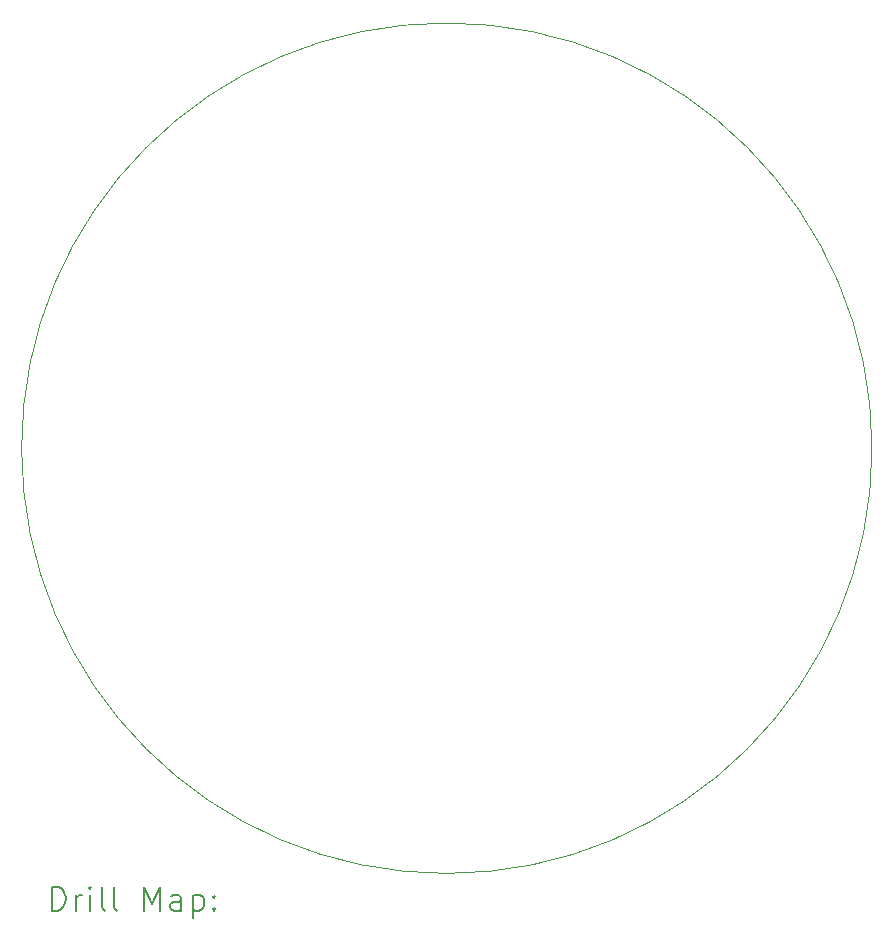
<source format=gbr>
%TF.GenerationSoftware,KiCad,Pcbnew,8.0.5*%
%TF.CreationDate,2024-12-03T21:08:27+09:00*%
%TF.ProjectId,IR_con,49525f63-6f6e-42e6-9b69-6361645f7063,rev?*%
%TF.SameCoordinates,Original*%
%TF.FileFunction,Drillmap*%
%TF.FilePolarity,Positive*%
%FSLAX45Y45*%
G04 Gerber Fmt 4.5, Leading zero omitted, Abs format (unit mm)*
G04 Created by KiCad (PCBNEW 8.0.5) date 2024-12-03 21:08:27*
%MOMM*%
%LPD*%
G01*
G04 APERTURE LIST*
%ADD10C,0.050000*%
%ADD11C,0.200000*%
G04 APERTURE END LIST*
D10*
X17250000Y-8300000D02*
G75*
G02*
X10049826Y-8300000I-3600087J0D01*
G01*
X10049826Y-8300000D02*
G75*
G02*
X17250000Y-8300000I3600087J0D01*
G01*
D11*
X10308103Y-12214071D02*
X10308103Y-12014071D01*
X10308103Y-12014071D02*
X10355722Y-12014071D01*
X10355722Y-12014071D02*
X10384294Y-12023594D01*
X10384294Y-12023594D02*
X10403341Y-12042642D01*
X10403341Y-12042642D02*
X10412865Y-12061690D01*
X10412865Y-12061690D02*
X10422389Y-12099785D01*
X10422389Y-12099785D02*
X10422389Y-12128356D01*
X10422389Y-12128356D02*
X10412865Y-12166451D01*
X10412865Y-12166451D02*
X10403341Y-12185499D01*
X10403341Y-12185499D02*
X10384294Y-12204547D01*
X10384294Y-12204547D02*
X10355722Y-12214071D01*
X10355722Y-12214071D02*
X10308103Y-12214071D01*
X10508103Y-12214071D02*
X10508103Y-12080737D01*
X10508103Y-12118832D02*
X10517627Y-12099785D01*
X10517627Y-12099785D02*
X10527151Y-12090261D01*
X10527151Y-12090261D02*
X10546198Y-12080737D01*
X10546198Y-12080737D02*
X10565246Y-12080737D01*
X10631913Y-12214071D02*
X10631913Y-12080737D01*
X10631913Y-12014071D02*
X10622389Y-12023594D01*
X10622389Y-12023594D02*
X10631913Y-12033118D01*
X10631913Y-12033118D02*
X10641437Y-12023594D01*
X10641437Y-12023594D02*
X10631913Y-12014071D01*
X10631913Y-12014071D02*
X10631913Y-12033118D01*
X10755722Y-12214071D02*
X10736675Y-12204547D01*
X10736675Y-12204547D02*
X10727151Y-12185499D01*
X10727151Y-12185499D02*
X10727151Y-12014071D01*
X10860484Y-12214071D02*
X10841437Y-12204547D01*
X10841437Y-12204547D02*
X10831913Y-12185499D01*
X10831913Y-12185499D02*
X10831913Y-12014071D01*
X11089056Y-12214071D02*
X11089056Y-12014071D01*
X11089056Y-12014071D02*
X11155722Y-12156928D01*
X11155722Y-12156928D02*
X11222389Y-12014071D01*
X11222389Y-12014071D02*
X11222389Y-12214071D01*
X11403341Y-12214071D02*
X11403341Y-12109309D01*
X11403341Y-12109309D02*
X11393817Y-12090261D01*
X11393817Y-12090261D02*
X11374770Y-12080737D01*
X11374770Y-12080737D02*
X11336675Y-12080737D01*
X11336675Y-12080737D02*
X11317627Y-12090261D01*
X11403341Y-12204547D02*
X11384294Y-12214071D01*
X11384294Y-12214071D02*
X11336675Y-12214071D01*
X11336675Y-12214071D02*
X11317627Y-12204547D01*
X11317627Y-12204547D02*
X11308103Y-12185499D01*
X11308103Y-12185499D02*
X11308103Y-12166451D01*
X11308103Y-12166451D02*
X11317627Y-12147404D01*
X11317627Y-12147404D02*
X11336675Y-12137880D01*
X11336675Y-12137880D02*
X11384294Y-12137880D01*
X11384294Y-12137880D02*
X11403341Y-12128356D01*
X11498579Y-12080737D02*
X11498579Y-12280737D01*
X11498579Y-12090261D02*
X11517627Y-12080737D01*
X11517627Y-12080737D02*
X11555722Y-12080737D01*
X11555722Y-12080737D02*
X11574770Y-12090261D01*
X11574770Y-12090261D02*
X11584294Y-12099785D01*
X11584294Y-12099785D02*
X11593817Y-12118832D01*
X11593817Y-12118832D02*
X11593817Y-12175975D01*
X11593817Y-12175975D02*
X11584294Y-12195023D01*
X11584294Y-12195023D02*
X11574770Y-12204547D01*
X11574770Y-12204547D02*
X11555722Y-12214071D01*
X11555722Y-12214071D02*
X11517627Y-12214071D01*
X11517627Y-12214071D02*
X11498579Y-12204547D01*
X11679532Y-12195023D02*
X11689056Y-12204547D01*
X11689056Y-12204547D02*
X11679532Y-12214071D01*
X11679532Y-12214071D02*
X11670008Y-12204547D01*
X11670008Y-12204547D02*
X11679532Y-12195023D01*
X11679532Y-12195023D02*
X11679532Y-12214071D01*
X11679532Y-12090261D02*
X11689056Y-12099785D01*
X11689056Y-12099785D02*
X11679532Y-12109309D01*
X11679532Y-12109309D02*
X11670008Y-12099785D01*
X11670008Y-12099785D02*
X11679532Y-12090261D01*
X11679532Y-12090261D02*
X11679532Y-12109309D01*
M02*

</source>
